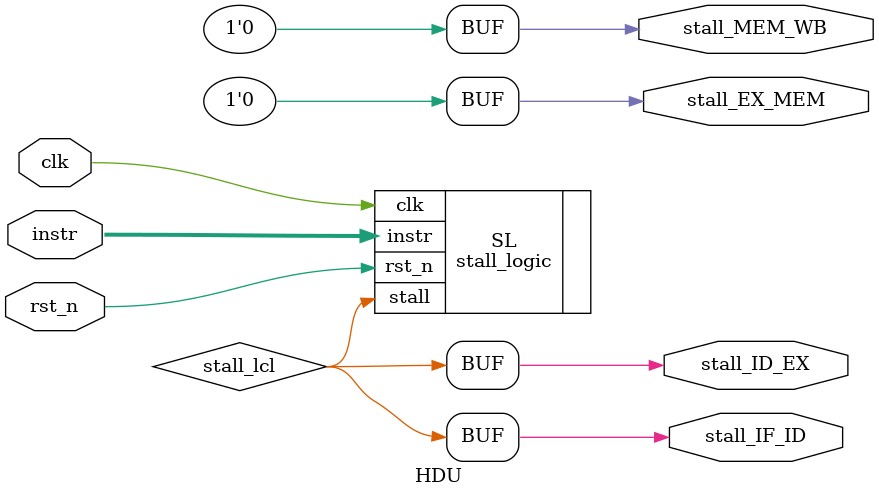
<source format=v>
module HDU(clk, rst_n, instr, stall_IF_ID, stall_ID_EX, stall_EX_MEM, stall_MEM_WB);
	
	input clk, rst_n;
	input [15:0] instr;

	output stall_IF_ID, stall_ID_EX, stall_EX_MEM, stall_MEM_WB;
	
	wire stall_lcl;

	stall_logic SL(
		// Input
		.clk(clk), 
		.rst_n(rst_n), 
		.instr(instr), 
		// Output
		.stall(stall_lcl)
		);
		
		assign stall_IF_ID = stall_lcl;
		assign stall_ID_EX = stall_lcl;
		assign stall_EX_MEM = 1'b0;
		assign stall_MEM_WB = 1'b0;
	
endmodule
</source>
